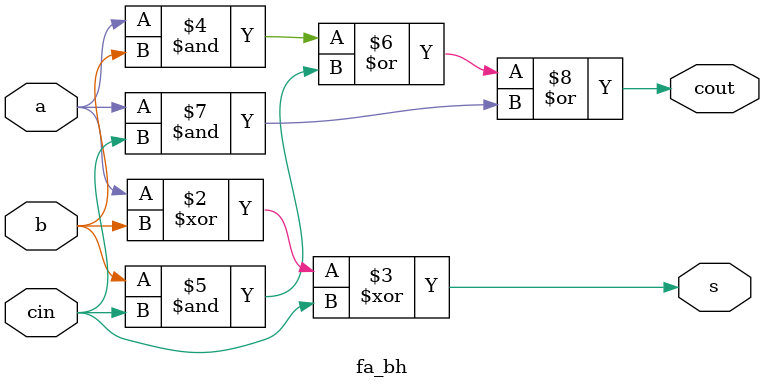
<source format=v>
`timescale 1ns / 1ps
module fa_bh(a,b,cin,s,cout);
input a,b,cin;
output reg cout,s;
always @(*)
begin
s = a^b^cin;
cout = (a&b)|(b&cin)|(a&cin);
end



endmodule

</source>
